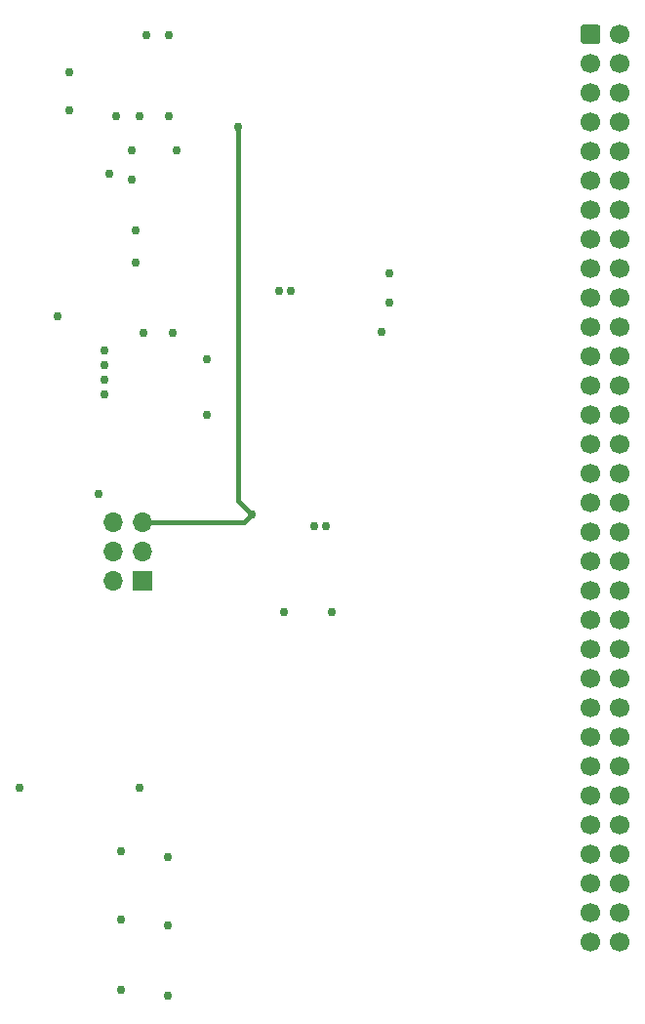
<source format=gbl>
G04 #@! TF.GenerationSoftware,KiCad,Pcbnew,5.1.6-c6e7f7d~86~ubuntu18.04.1*
G04 #@! TF.CreationDate,2020-07-07T21:11:44+12:00*
G04 #@! TF.ProjectId,M1 Control Card,4d312043-6f6e-4747-926f-6c2043617264,rev?*
G04 #@! TF.SameCoordinates,Original*
G04 #@! TF.FileFunction,Copper,L4,Bot*
G04 #@! TF.FilePolarity,Positive*
%FSLAX46Y46*%
G04 Gerber Fmt 4.6, Leading zero omitted, Abs format (unit mm)*
G04 Created by KiCad (PCBNEW 5.1.6-c6e7f7d~86~ubuntu18.04.1) date 2020-07-07 21:11:44*
%MOMM*%
%LPD*%
G01*
G04 APERTURE LIST*
G04 #@! TA.AperFunction,ComponentPad*
%ADD10C,1.700000*%
G04 #@! TD*
G04 #@! TA.AperFunction,ComponentPad*
%ADD11R,1.700000X1.700000*%
G04 #@! TD*
G04 #@! TA.AperFunction,ComponentPad*
%ADD12O,1.700000X1.700000*%
G04 #@! TD*
G04 #@! TA.AperFunction,ViaPad*
%ADD13C,0.762000*%
G04 #@! TD*
G04 #@! TA.AperFunction,Conductor*
%ADD14C,0.406400*%
G04 #@! TD*
G04 APERTURE END LIST*
G04 #@! TA.AperFunction,ComponentPad*
G36*
G01*
X172985000Y-51750000D02*
X172985000Y-50550000D01*
G75*
G02*
X173235000Y-50300000I250000J0D01*
G01*
X174435000Y-50300000D01*
G75*
G02*
X174685000Y-50550000I0J-250000D01*
G01*
X174685000Y-51750000D01*
G75*
G02*
X174435000Y-52000000I-250000J0D01*
G01*
X173235000Y-52000000D01*
G75*
G02*
X172985000Y-51750000I0J250000D01*
G01*
G37*
G04 #@! TD.AperFunction*
D10*
X173835000Y-53690000D03*
X173835000Y-56230000D03*
X173835000Y-58770000D03*
X173835000Y-61310000D03*
X173835000Y-63850000D03*
X173835000Y-66390000D03*
X173835000Y-68930000D03*
X173835000Y-71470000D03*
X173835000Y-74010000D03*
X173835000Y-76550000D03*
X173835000Y-79090000D03*
X173835000Y-81630000D03*
X173835000Y-84170000D03*
X173835000Y-86710000D03*
X173835000Y-89250000D03*
X173835000Y-91790000D03*
X173835000Y-94330000D03*
X173835000Y-96870000D03*
X173835000Y-99410000D03*
X173835000Y-101950000D03*
X173835000Y-104490000D03*
X173835000Y-107030000D03*
X173835000Y-109570000D03*
X173835000Y-112110000D03*
X173835000Y-114650000D03*
X173835000Y-117190000D03*
X173835000Y-119730000D03*
X173835000Y-122270000D03*
X173835000Y-124810000D03*
X173835000Y-127350000D03*
X173835000Y-129890000D03*
X176375000Y-51150000D03*
X176375000Y-53690000D03*
X176375000Y-56230000D03*
X176375000Y-58770000D03*
X176375000Y-61310000D03*
X176375000Y-63850000D03*
X176375000Y-66390000D03*
X176375000Y-68930000D03*
X176375000Y-71470000D03*
X176375000Y-74010000D03*
X176375000Y-76550000D03*
X176375000Y-79090000D03*
X176375000Y-81630000D03*
X176375000Y-84170000D03*
X176375000Y-86710000D03*
X176375000Y-89250000D03*
X176375000Y-91790000D03*
X176375000Y-94330000D03*
X176375000Y-96870000D03*
X176375000Y-99410000D03*
X176375000Y-101950000D03*
X176375000Y-104490000D03*
X176375000Y-107030000D03*
X176375000Y-109570000D03*
X176375000Y-112110000D03*
X176375000Y-114650000D03*
X176375000Y-117190000D03*
X176375000Y-119730000D03*
X176375000Y-122270000D03*
X176375000Y-124810000D03*
X176375000Y-127350000D03*
X176375000Y-129890000D03*
D11*
X134972000Y-98521000D03*
D12*
X132432000Y-98521000D03*
X134972000Y-95981000D03*
X132432000Y-95981000D03*
X134972000Y-93441000D03*
X132432000Y-93441000D03*
D13*
X155728000Y-76931000D03*
X147197000Y-101251000D03*
X151388000Y-101251000D03*
X124304000Y-116491000D03*
X134696000Y-116491000D03*
X147832000Y-73438000D03*
X127606000Y-75584000D03*
X132706000Y-58266000D03*
X134656000Y-58266000D03*
X137256000Y-58266000D03*
X137902000Y-61187000D03*
X135306000Y-51217000D03*
X128631000Y-54456000D03*
X134006000Y-63727000D03*
X132056000Y-63219000D03*
X137194000Y-122490000D03*
X137194000Y-128464000D03*
X137194000Y-134495000D03*
X135072000Y-77058000D03*
X131643000Y-78582000D03*
X131643000Y-82392000D03*
X131643000Y-81122000D03*
X131643000Y-79852000D03*
X150902000Y-93822000D03*
X156363000Y-71851000D03*
X143254000Y-59171000D03*
X144425000Y-92806000D03*
X146816000Y-73438000D03*
X134324000Y-68170000D03*
X134324000Y-70970000D03*
X128631000Y-57758000D03*
X134006000Y-61187000D03*
X137256000Y-51217000D03*
X133130000Y-121982000D03*
X133130000Y-127956000D03*
X133130000Y-133987000D03*
X131162000Y-91028000D03*
X140533000Y-84170000D03*
X140533000Y-79344000D03*
X137612000Y-77058000D03*
X149886000Y-93822000D03*
X156363000Y-74391000D03*
D14*
X143790000Y-93441000D02*
X144425000Y-92806000D01*
X144425000Y-92806000D02*
X144425000Y-92806000D01*
X143790000Y-93441000D02*
X134972000Y-93441000D01*
X143254000Y-91635000D02*
X144425000Y-92806000D01*
X143254000Y-59171000D02*
X143254000Y-91635000D01*
M02*

</source>
